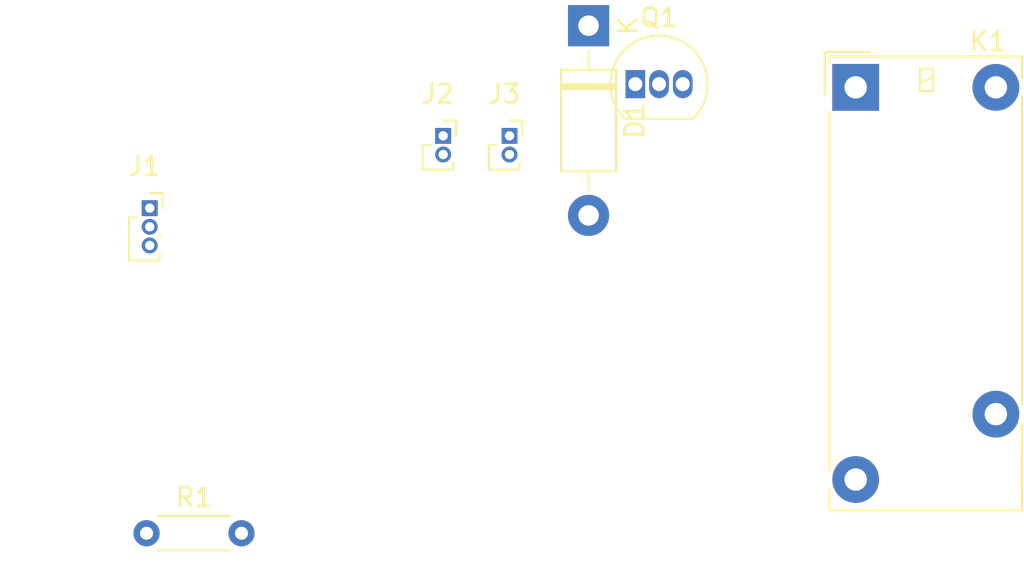
<source format=kicad_pcb>
(kicad_pcb (version 20211014) (generator pcbnew)
  (layers (0 "F.Cu" signal) (31 "B.Cu" signal) (34 "B.Paste" user) (35 "F.Paste" user) (36 "B.SilkS" user "B.Silkscreen") (37 "F.SilkS" user "F.Silkscreen") (38 "B.Mask" user) (39 "F.Mask" user) (44 "Edge.Cuts" user))
  (net 0 "")
  (net 1 "Net-(D1-Pad1)")
  (net 2 "Net-(D1-Pad2)")
  (net 3 "Net-(J1-Pad1)")
  (net 4 "Net-(J1-Pad2)")
  (net 5 "Net-(J3-Pad1)")
  (net 6 "Net-(J3-Pad2)")
  (net 7 "Net-(Q1-Pad2)")
  (footprint "Relay_THT:Relay_1P1T_NO_10x24x18.8mm_Panasonic_ADW11xxxxW_THT" (layer "F.Cu") (at 160.2325 70.1325)
    (fp_text reference "K1" (at 7.08 -2.46 180) (layer "F.SilkS"))
    (fp_text value "ADW11")
    (fp_line (start 8.9 0.51) (end 8.9 16.99) (layer "F.SilkS") (width 0.12))
    (fp_line (start -1.65 0.44) (end -1.65 -1.9) (layer "F.SilkS") (width 0.12))
    (fp_line (start 8.9 -1.65) (end 8.9 -0.51) (layer "F.SilkS") (width 0.12))
    (fp_line (start -1.4 1.31) (end -1.4 20.49) (layer "F.SilkS") (width 0.12))
    (fp_line (start 8.89 18.05) (end 8.9 22.65) (layer "F.SilkS") (width 0.12))
    (fp_line (start 8.9 22.65) (end -1.4 22.65) (layer "F.SilkS") (width 0.12))
    (fp_line (start 4.15 -1) (end 3.45 -1) (layer "F.SilkS") (width 0.12))
    (fp_line (start -1.4 22.65) (end -1.4 21.51) (layer "F.SilkS") (width 0.12))
    (fp_line (start 8.9 -1.65) (end -1.4 -1.65) (layer "F.SilkS") (width 0.12))
    (fp_line (start 3.45 -1) (end 3.45 0.2) (layer "F.SilkS") (width 0.12))
    (fp_line (start 3.45 0.2) (end 4.15 0.2) (layer "F.SilkS") (width 0.12))
    (fp_line (start -1.65 -1.9) (end 0.75 -1.9) (layer "F.SilkS") (width 0.12))
    (fp_line (start 4.15 0.2) (end 4.15 -1) (layer "F.SilkS") (width 0.12))
    (fp_line (start -1.4 -1.65) (end -1.4 -1.31) (layer "F.SilkS") (width 0.12))
    (fp_line (start 3.45 -0.2) (end 4.15 -0.6) (layer "F.SilkS") (width 0.12))
    (pad "1" thru_hole rect (at 0 0) (size 2.5 2.5) (drill 1.2) (layers *.Cu *.Mask) (net 2 "Net-(D1-Pad2)"))
    (pad "3" thru_hole oval (at 0 21) (size 2.5 2.5) (drill 1.2) (layers *.Cu *.Mask) (net 6 "Net-(J3-Pad2)"))
    (pad "5" thru_hole oval (at 7.5 17.5) (size 2.5 2.5) (drill 1.2) (layers *.Cu *.Mask) (net 5 "Net-(J3-Pad1)"))
    (pad "6" thru_hole oval (at 7.5 0) (size 2.5 2.5) (drill 1.2) (layers *.Cu *.Mask) (net 1 "Net-(D1-Pad1)"))
  )
  (footprint "Connector_PinSocket_1.00mm:PinSocket_1x02_P1.00mm_Vertical" (layer "F.Cu") (at 141.71 72.73)
    (fp_text reference "J3" (at -0.29 -2.25) (layer "F.SilkS"))
    (fp_text value "Conn_01x02_Female")
    (fp_line (start 0.52 1.445898) (end 0.52 1.81) (layer "F.SilkS") (width 0.12))
    (fp_line (start -1.1 0.5) (end -1.1 1.81) (layer "F.SilkS") (width 0.12))
    (fp_line (start -1.1 1.81) (end 0.52 1.81) (layer "F.SilkS") (width 0.12))
    (fp_line (start 0.685 -0.81) (end 0.685 0) (layer "F.SilkS") (width 0.12))
    (fp_line (start -1.1 0.5) (end -0.685 0.5) (layer "F.SilkS") (width 0.12))
    (fp_line (start 0 -0.81) (end 0.685 -0.81) (layer "F.SilkS") (width 0.12))
    (pad "1" thru_hole rect (at 0 0) (size 0.85 0.85) (drill 0.5) (layers *.Cu *.Mask) (net 5 "Net-(J3-Pad1)"))
    (pad "2" thru_hole oval (at 0 1) (size 0.85 0.85) (drill 0.5) (layers *.Cu *.Mask) (net 6 "Net-(J3-Pad2)"))
  )
  (footprint "Connector_PinSocket_1.00mm:PinSocket_1x02_P1.00mm_Vertical" (layer "F.Cu") (at 138.16 72.73)
    (fp_text reference "J2" (at -0.29 -2.25) (layer "F.SilkS"))
    (fp_text value "Conn_01x02_Female")
    (fp_line (start 0.52 1.445898) (end 0.52 1.81) (layer "F.SilkS") (width 0.12))
    (fp_line (start -1.1 0.5) (end -0.685 0.5) (layer "F.SilkS") (width 0.12))
    (fp_line (start -1.1 1.81) (end 0.52 1.81) (layer "F.SilkS") (width 0.12))
    (fp_line (start -1.1 0.5) (end -1.1 1.81) (layer "F.SilkS") (width 0.12))
    (fp_line (start 0 -0.81) (end 0.685 -0.81) (layer "F.SilkS") (width 0.12))
    (fp_line (start 0.685 -0.81) (end 0.685 0) (layer "F.SilkS") (width 0.12))
    (pad "1" thru_hole rect (at 0 0) (size 0.85 0.85) (drill 0.5) (layers *.Cu *.Mask) (net 1 "Net-(D1-Pad1)"))
    (pad "2" thru_hole oval (at 0 1) (size 0.85 0.85) (drill 0.5) (layers *.Cu *.Mask) (net 3 "Net-(J1-Pad1)"))
  )
  (footprint "Diode_THT:D_DO-41_SOD81_P10.16mm_Horizontal" (layer "F.Cu") (at 145.94 66.83 -90)
    (fp_text reference "D1" (at 5.08 -2.47 90) (layer "F.SilkS"))
    (fp_text value "1N4007")
    (fp_text user "K" (at 0 -2.1 90) (layer "F.SilkS"))
    (fp_line (start 3.38 -1.47) (end 3.38 1.47) (layer "F.SilkS") (width 0.12))
    (fp_line (start 2.36 -1.47) (end 2.36 1.47) (layer "F.SilkS") (width 0.12))
    (fp_line (start 3.14 -1.47) (end 3.14 1.47) (layer "F.SilkS") (width 0.12))
    (fp_line (start 2.36 1.47) (end 7.8 1.47) (layer "F.SilkS") (width 0.12))
    (fp_line (start 3.26 -1.47) (end 3.26 1.47) (layer "F.SilkS") (width 0.12))
    (fp_line (start 7.8 -1.47) (end 2.36 -1.47) (layer "F.SilkS") (width 0.12))
    (fp_line (start 8.82 0) (end 7.8 0) (layer "F.SilkS") (width 0.12))
    (fp_line (start 1.34 0) (end 2.36 0) (layer "F.SilkS") (width 0.12))
    (fp_line (start 7.8 1.47) (end 7.8 -1.47) (layer "F.SilkS") (width 0.12))
    (pad "1" thru_hole rect (at 0 0 270) (size 2.2 2.2) (drill 1.1) (layers *.Cu *.Mask) (net 1 "Net-(D1-Pad1)"))
    (pad "2" thru_hole oval (at 10.16 0 270) (size 2.2 2.2) (drill 1.1) (layers *.Cu *.Mask) (net 2 "Net-(D1-Pad2)"))
  )
  (footprint "Package_TO_SOT_THT:TO-92_Inline" (layer "F.Cu") (at 148.44 69.96)
    (fp_text reference "Q1" (at 1.27 -3.56) (layer "F.SilkS"))
    (fp_text value "BC547")
    (fp_line (start -0.53 1.85) (end 3.07 1.85) (layer "F.SilkS") (width 0.12))
    (fp_arc (start -0.568478 1.838478) (mid -1.132087 -0.994977) (end 1.27 -2.6) (layer "F.SilkS") (width 0.12))
    (fp_arc (start 1.27 -2.6) (mid 3.672087 -0.994977) (end 3.108478 1.838478) (layer "F.SilkS") (width 0.12))
    (pad "1" thru_hole rect (at 0 0) (size 1.05 1.5) (drill 0.75) (layers *.Cu *.Mask) (net 2 "Net-(D1-Pad2)"))
    (pad "2" thru_hole oval (at 1.27 0) (size 1.05 1.5) (drill 0.75) (layers *.Cu *.Mask) (net 7 "Net-(Q1-Pad2)"))
    (pad "3" thru_hole oval (at 2.54 0) (size 1.05 1.5) (drill 0.75) (layers *.Cu *.Mask) (net 3 "Net-(J1-Pad1)"))
  )
  (footprint "Resistor_THT:R_Axial_DIN0204_L3.6mm_D1.6mm_P5.08mm_Horizontal" (layer "F.Cu") (at 122.29 94.01)
    (fp_text reference "R1" (at 2.54 -1.92) (layer "F.SilkS"))
    (fp_text value "R")
    (fp_line (start 0.62 -0.92) (end 4.46 -0.92) (layer "F.SilkS") (width 0.12))
    (fp_line (start 0.62 0.92) (end 4.46 0.92) (layer "F.SilkS") (width 0.12))
    (pad "1" thru_hole circle (at 0 0) (size 1.4 1.4) (drill 0.7) (layers *.Cu *.Mask) (net 7 "Net-(Q1-Pad2)"))
    (pad "2" thru_hole oval (at 5.08 0) (size 1.4 1.4) (drill 0.7) (layers *.Cu *.Mask) (net 4 "Net-(J1-Pad2)"))
  )
  (footprint "Connector_PinSocket_1.00mm:PinSocket_1x03_P1.00mm_Vertical" (layer "F.Cu") (at 122.46 76.6)
    (fp_text reference "J1" (at -0.29 -2.25) (layer "F.SilkS"))
    (fp_text value "Conn_01x03_Female")
    (fp_line (start -1.1 2.81) (end 0.52 2.81) (layer "F.SilkS") (width 0.12))
    (fp_line (start 0.52 1.445898) (end 0.52 1.554102) (layer "F.SilkS") (width 0.12))
    (fp_line (start -1.1 0.5) (end -1.1 2.81) (layer "F.SilkS") (width 0.12))
    (fp_line (start 0.52 2.445898) (end 0.52 2.81) (layer "F.SilkS") (width 0.12))
    (fp_line (start -1.1 0.5) (end -0.685 0.5) (layer "F.SilkS") (width 0.12))
    (fp_line (start 0 -0.81) (end 0.685 -0.81) (layer "F.SilkS") (width 0.12))
    (fp_line (start 0.685 -0.81) (end 0.685 0) (layer "F.SilkS") (width 0.12))
    (pad "1" thru_hole rect (at 0 0) (size 0.85 0.85) (drill 0.5) (layers *.Cu *.Mask) (net 3 "Net-(J1-Pad1)"))
    (pad "2" thru_hole oval (at 0 1) (size 0.85 0.85) (drill 0.5) (layers *.Cu *.Mask) (net 4 "Net-(J1-Pad2)"))
    (pad "3" thru_hole oval (at 0 2) (size 0.85 0.85) (drill 0.5) (layers *.Cu *.Mask) (net 1 "Net-(D1-Pad1)"))
  )
)
</source>
